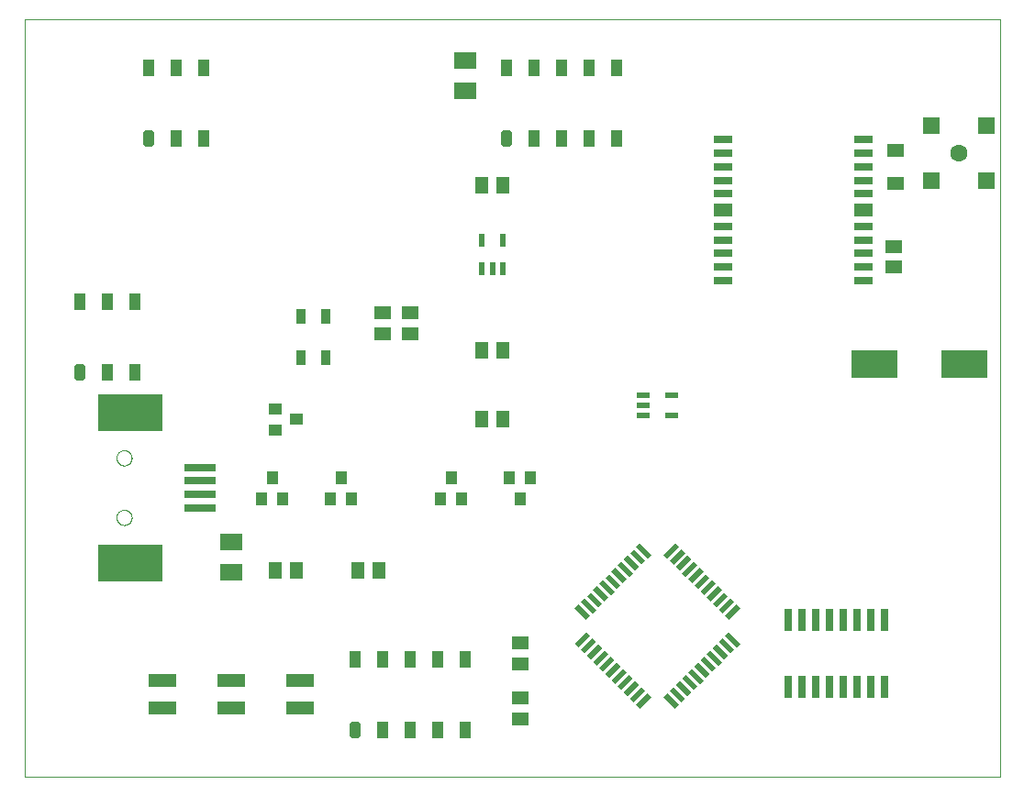
<source format=gtp>
G75*
%MOIN*%
%OFA0B0*%
%FSLAX25Y25*%
%IPPOS*%
%LPD*%
%AMOC8*
5,1,8,0,0,1.08239X$1,22.5*
%
%ADD10C,0.00000*%
%ADD11R,0.05118X0.05906*%
%ADD12R,0.03937X0.04724*%
%ADD13R,0.07874X0.06299*%
%ADD14R,0.10000X0.05000*%
%ADD15R,0.03937X0.05906*%
%ADD16C,0.01969*%
%ADD17R,0.02600X0.08000*%
%ADD18R,0.05906X0.01969*%
%ADD19R,0.01969X0.05906*%
%ADD20R,0.05906X0.05118*%
%ADD21R,0.06299X0.04724*%
%ADD22C,0.06299*%
%ADD23R,0.06299X0.06299*%
%ADD24R,0.02200X0.05000*%
%ADD25R,0.03543X0.05512*%
%ADD26R,0.23780X0.13386*%
%ADD27R,0.11811X0.02756*%
%ADD28R,0.16929X0.09843*%
%ADD29R,0.04724X0.03937*%
%ADD30R,0.05000X0.02200*%
%ADD31R,0.06890X0.02625*%
%ADD32R,0.06890X0.04921*%
D10*
X0055902Y0001800D02*
X0055902Y0277391D01*
X0410233Y0277391D01*
X0410233Y0001800D01*
X0055902Y0001800D01*
X0089370Y0096149D02*
X0089372Y0096254D01*
X0089378Y0096359D01*
X0089388Y0096463D01*
X0089402Y0096567D01*
X0089420Y0096671D01*
X0089442Y0096773D01*
X0089467Y0096875D01*
X0089497Y0096976D01*
X0089530Y0097075D01*
X0089567Y0097173D01*
X0089608Y0097270D01*
X0089653Y0097365D01*
X0089701Y0097458D01*
X0089752Y0097550D01*
X0089808Y0097639D01*
X0089866Y0097726D01*
X0089928Y0097811D01*
X0089992Y0097894D01*
X0090060Y0097974D01*
X0090131Y0098051D01*
X0090205Y0098125D01*
X0090282Y0098197D01*
X0090361Y0098266D01*
X0090443Y0098331D01*
X0090527Y0098394D01*
X0090614Y0098453D01*
X0090703Y0098509D01*
X0090794Y0098562D01*
X0090887Y0098611D01*
X0090981Y0098656D01*
X0091077Y0098698D01*
X0091175Y0098736D01*
X0091274Y0098770D01*
X0091375Y0098801D01*
X0091476Y0098827D01*
X0091579Y0098850D01*
X0091682Y0098869D01*
X0091786Y0098884D01*
X0091890Y0098895D01*
X0091995Y0098902D01*
X0092100Y0098905D01*
X0092205Y0098904D01*
X0092310Y0098899D01*
X0092414Y0098890D01*
X0092518Y0098877D01*
X0092622Y0098860D01*
X0092725Y0098839D01*
X0092827Y0098814D01*
X0092928Y0098786D01*
X0093027Y0098753D01*
X0093126Y0098717D01*
X0093223Y0098677D01*
X0093318Y0098634D01*
X0093412Y0098586D01*
X0093504Y0098536D01*
X0093594Y0098482D01*
X0093682Y0098424D01*
X0093767Y0098363D01*
X0093850Y0098299D01*
X0093931Y0098232D01*
X0094009Y0098162D01*
X0094084Y0098088D01*
X0094156Y0098013D01*
X0094226Y0097934D01*
X0094292Y0097853D01*
X0094356Y0097769D01*
X0094416Y0097683D01*
X0094472Y0097595D01*
X0094526Y0097504D01*
X0094576Y0097412D01*
X0094622Y0097318D01*
X0094665Y0097222D01*
X0094704Y0097124D01*
X0094739Y0097026D01*
X0094770Y0096925D01*
X0094798Y0096824D01*
X0094822Y0096722D01*
X0094842Y0096619D01*
X0094858Y0096515D01*
X0094870Y0096411D01*
X0094878Y0096306D01*
X0094882Y0096201D01*
X0094882Y0096097D01*
X0094878Y0095992D01*
X0094870Y0095887D01*
X0094858Y0095783D01*
X0094842Y0095679D01*
X0094822Y0095576D01*
X0094798Y0095474D01*
X0094770Y0095373D01*
X0094739Y0095272D01*
X0094704Y0095174D01*
X0094665Y0095076D01*
X0094622Y0094980D01*
X0094576Y0094886D01*
X0094526Y0094794D01*
X0094472Y0094703D01*
X0094416Y0094615D01*
X0094356Y0094529D01*
X0094292Y0094445D01*
X0094226Y0094364D01*
X0094156Y0094285D01*
X0094084Y0094210D01*
X0094009Y0094136D01*
X0093931Y0094066D01*
X0093850Y0093999D01*
X0093767Y0093935D01*
X0093682Y0093874D01*
X0093594Y0093816D01*
X0093504Y0093762D01*
X0093412Y0093712D01*
X0093318Y0093664D01*
X0093223Y0093621D01*
X0093126Y0093581D01*
X0093027Y0093545D01*
X0092928Y0093512D01*
X0092827Y0093484D01*
X0092725Y0093459D01*
X0092622Y0093438D01*
X0092518Y0093421D01*
X0092414Y0093408D01*
X0092310Y0093399D01*
X0092205Y0093394D01*
X0092100Y0093393D01*
X0091995Y0093396D01*
X0091890Y0093403D01*
X0091786Y0093414D01*
X0091682Y0093429D01*
X0091579Y0093448D01*
X0091476Y0093471D01*
X0091375Y0093497D01*
X0091274Y0093528D01*
X0091175Y0093562D01*
X0091077Y0093600D01*
X0090981Y0093642D01*
X0090887Y0093687D01*
X0090794Y0093736D01*
X0090703Y0093789D01*
X0090614Y0093845D01*
X0090527Y0093904D01*
X0090443Y0093967D01*
X0090361Y0094032D01*
X0090282Y0094101D01*
X0090205Y0094173D01*
X0090131Y0094247D01*
X0090060Y0094324D01*
X0089992Y0094404D01*
X0089928Y0094487D01*
X0089866Y0094572D01*
X0089808Y0094659D01*
X0089752Y0094748D01*
X0089701Y0094840D01*
X0089653Y0094933D01*
X0089608Y0095028D01*
X0089567Y0095125D01*
X0089530Y0095223D01*
X0089497Y0095322D01*
X0089467Y0095423D01*
X0089442Y0095525D01*
X0089420Y0095627D01*
X0089402Y0095731D01*
X0089388Y0095835D01*
X0089378Y0095939D01*
X0089372Y0096044D01*
X0089370Y0096149D01*
X0089370Y0117802D02*
X0089372Y0117907D01*
X0089378Y0118012D01*
X0089388Y0118116D01*
X0089402Y0118220D01*
X0089420Y0118324D01*
X0089442Y0118426D01*
X0089467Y0118528D01*
X0089497Y0118629D01*
X0089530Y0118728D01*
X0089567Y0118826D01*
X0089608Y0118923D01*
X0089653Y0119018D01*
X0089701Y0119111D01*
X0089752Y0119203D01*
X0089808Y0119292D01*
X0089866Y0119379D01*
X0089928Y0119464D01*
X0089992Y0119547D01*
X0090060Y0119627D01*
X0090131Y0119704D01*
X0090205Y0119778D01*
X0090282Y0119850D01*
X0090361Y0119919D01*
X0090443Y0119984D01*
X0090527Y0120047D01*
X0090614Y0120106D01*
X0090703Y0120162D01*
X0090794Y0120215D01*
X0090887Y0120264D01*
X0090981Y0120309D01*
X0091077Y0120351D01*
X0091175Y0120389D01*
X0091274Y0120423D01*
X0091375Y0120454D01*
X0091476Y0120480D01*
X0091579Y0120503D01*
X0091682Y0120522D01*
X0091786Y0120537D01*
X0091890Y0120548D01*
X0091995Y0120555D01*
X0092100Y0120558D01*
X0092205Y0120557D01*
X0092310Y0120552D01*
X0092414Y0120543D01*
X0092518Y0120530D01*
X0092622Y0120513D01*
X0092725Y0120492D01*
X0092827Y0120467D01*
X0092928Y0120439D01*
X0093027Y0120406D01*
X0093126Y0120370D01*
X0093223Y0120330D01*
X0093318Y0120287D01*
X0093412Y0120239D01*
X0093504Y0120189D01*
X0093594Y0120135D01*
X0093682Y0120077D01*
X0093767Y0120016D01*
X0093850Y0119952D01*
X0093931Y0119885D01*
X0094009Y0119815D01*
X0094084Y0119741D01*
X0094156Y0119666D01*
X0094226Y0119587D01*
X0094292Y0119506D01*
X0094356Y0119422D01*
X0094416Y0119336D01*
X0094472Y0119248D01*
X0094526Y0119157D01*
X0094576Y0119065D01*
X0094622Y0118971D01*
X0094665Y0118875D01*
X0094704Y0118777D01*
X0094739Y0118679D01*
X0094770Y0118578D01*
X0094798Y0118477D01*
X0094822Y0118375D01*
X0094842Y0118272D01*
X0094858Y0118168D01*
X0094870Y0118064D01*
X0094878Y0117959D01*
X0094882Y0117854D01*
X0094882Y0117750D01*
X0094878Y0117645D01*
X0094870Y0117540D01*
X0094858Y0117436D01*
X0094842Y0117332D01*
X0094822Y0117229D01*
X0094798Y0117127D01*
X0094770Y0117026D01*
X0094739Y0116925D01*
X0094704Y0116827D01*
X0094665Y0116729D01*
X0094622Y0116633D01*
X0094576Y0116539D01*
X0094526Y0116447D01*
X0094472Y0116356D01*
X0094416Y0116268D01*
X0094356Y0116182D01*
X0094292Y0116098D01*
X0094226Y0116017D01*
X0094156Y0115938D01*
X0094084Y0115863D01*
X0094009Y0115789D01*
X0093931Y0115719D01*
X0093850Y0115652D01*
X0093767Y0115588D01*
X0093682Y0115527D01*
X0093594Y0115469D01*
X0093504Y0115415D01*
X0093412Y0115365D01*
X0093318Y0115317D01*
X0093223Y0115274D01*
X0093126Y0115234D01*
X0093027Y0115198D01*
X0092928Y0115165D01*
X0092827Y0115137D01*
X0092725Y0115112D01*
X0092622Y0115091D01*
X0092518Y0115074D01*
X0092414Y0115061D01*
X0092310Y0115052D01*
X0092205Y0115047D01*
X0092100Y0115046D01*
X0091995Y0115049D01*
X0091890Y0115056D01*
X0091786Y0115067D01*
X0091682Y0115082D01*
X0091579Y0115101D01*
X0091476Y0115124D01*
X0091375Y0115150D01*
X0091274Y0115181D01*
X0091175Y0115215D01*
X0091077Y0115253D01*
X0090981Y0115295D01*
X0090887Y0115340D01*
X0090794Y0115389D01*
X0090703Y0115442D01*
X0090614Y0115498D01*
X0090527Y0115557D01*
X0090443Y0115620D01*
X0090361Y0115685D01*
X0090282Y0115754D01*
X0090205Y0115826D01*
X0090131Y0115900D01*
X0090060Y0115977D01*
X0089992Y0116057D01*
X0089928Y0116140D01*
X0089866Y0116225D01*
X0089808Y0116312D01*
X0089752Y0116401D01*
X0089701Y0116493D01*
X0089653Y0116586D01*
X0089608Y0116681D01*
X0089567Y0116778D01*
X0089530Y0116876D01*
X0089497Y0116975D01*
X0089467Y0117076D01*
X0089442Y0117178D01*
X0089420Y0117280D01*
X0089402Y0117384D01*
X0089388Y0117488D01*
X0089378Y0117592D01*
X0089372Y0117697D01*
X0089370Y0117802D01*
D11*
X0147162Y0076800D03*
X0154642Y0076800D03*
X0177162Y0076800D03*
X0184642Y0076800D03*
X0222162Y0131800D03*
X0229642Y0131800D03*
X0229642Y0156800D03*
X0222162Y0156800D03*
X0222162Y0216800D03*
X0229642Y0216800D03*
D12*
X0231965Y0110737D03*
X0239839Y0110737D03*
X0235902Y0102863D03*
X0214839Y0102863D03*
X0206965Y0102863D03*
X0210902Y0110737D03*
X0174839Y0102863D03*
X0166965Y0102863D03*
X0170902Y0110737D03*
X0149839Y0102863D03*
X0141965Y0102863D03*
X0145902Y0110737D03*
D13*
X0130902Y0087312D03*
X0130902Y0076288D03*
X0215902Y0251288D03*
X0215902Y0262312D03*
D14*
X0155902Y0036800D03*
X0155902Y0026800D03*
X0130902Y0026800D03*
X0130902Y0036800D03*
X0105902Y0036800D03*
X0105902Y0026800D03*
D15*
X0175902Y0044595D03*
X0185902Y0044595D03*
X0195902Y0044595D03*
X0205902Y0044595D03*
X0215902Y0044595D03*
X0215902Y0019005D03*
X0205902Y0019005D03*
X0195902Y0019005D03*
X0185902Y0019005D03*
X0095902Y0149005D03*
X0085902Y0149005D03*
X0085902Y0174595D03*
X0075902Y0174595D03*
X0095902Y0174595D03*
X0110902Y0234005D03*
X0120902Y0234005D03*
X0120902Y0259595D03*
X0110902Y0259595D03*
X0100902Y0259595D03*
X0230902Y0259595D03*
X0240902Y0259595D03*
X0250902Y0259595D03*
X0260902Y0259595D03*
X0270902Y0259595D03*
X0270902Y0234005D03*
X0260902Y0234005D03*
X0250902Y0234005D03*
X0240902Y0234005D03*
D16*
X0229918Y0232036D02*
X0229918Y0235974D01*
X0231886Y0235974D01*
X0231886Y0232036D01*
X0229918Y0232036D01*
X0229918Y0234004D02*
X0231886Y0234004D01*
X0231886Y0235972D02*
X0229918Y0235972D01*
X0099918Y0235974D02*
X0099918Y0232036D01*
X0099918Y0235974D02*
X0101886Y0235974D01*
X0101886Y0232036D01*
X0099918Y0232036D01*
X0099918Y0234004D02*
X0101886Y0234004D01*
X0101886Y0235972D02*
X0099918Y0235972D01*
X0074918Y0150974D02*
X0074918Y0147036D01*
X0074918Y0150974D02*
X0076886Y0150974D01*
X0076886Y0147036D01*
X0074918Y0147036D01*
X0074918Y0149004D02*
X0076886Y0149004D01*
X0076886Y0150972D02*
X0074918Y0150972D01*
X0174918Y0020974D02*
X0174918Y0017036D01*
X0174918Y0020974D02*
X0176886Y0020974D01*
X0176886Y0017036D01*
X0174918Y0017036D01*
X0174918Y0019004D02*
X0176886Y0019004D01*
X0176886Y0020972D02*
X0174918Y0020972D01*
D17*
X0333402Y0034700D03*
X0338402Y0034700D03*
X0343402Y0034700D03*
X0348402Y0034700D03*
X0353402Y0034700D03*
X0358402Y0034700D03*
X0363402Y0034700D03*
X0368402Y0034700D03*
X0368402Y0058900D03*
X0363402Y0058900D03*
X0358402Y0058900D03*
X0353402Y0058900D03*
X0348402Y0058900D03*
X0343402Y0058900D03*
X0338402Y0058900D03*
X0333402Y0058900D03*
D18*
G36*
X0314576Y0049006D02*
X0310401Y0053181D01*
X0311792Y0054572D01*
X0315967Y0050397D01*
X0314576Y0049006D01*
G37*
G36*
X0312349Y0046779D02*
X0308174Y0050954D01*
X0309565Y0052345D01*
X0313740Y0048170D01*
X0312349Y0046779D01*
G37*
G36*
X0310122Y0044552D02*
X0305947Y0048727D01*
X0307338Y0050118D01*
X0311513Y0045943D01*
X0310122Y0044552D01*
G37*
G36*
X0307895Y0042325D02*
X0303720Y0046500D01*
X0305111Y0047891D01*
X0309286Y0043716D01*
X0307895Y0042325D01*
G37*
G36*
X0305668Y0040098D02*
X0301493Y0044273D01*
X0302884Y0045664D01*
X0307059Y0041489D01*
X0305668Y0040098D01*
G37*
G36*
X0303441Y0037870D02*
X0299266Y0042045D01*
X0300657Y0043436D01*
X0304832Y0039261D01*
X0303441Y0037870D01*
G37*
G36*
X0301214Y0035643D02*
X0297039Y0039818D01*
X0298430Y0041209D01*
X0302605Y0037034D01*
X0301214Y0035643D01*
G37*
G36*
X0298987Y0033416D02*
X0294812Y0037591D01*
X0296203Y0038982D01*
X0300378Y0034807D01*
X0298987Y0033416D01*
G37*
G36*
X0296759Y0031189D02*
X0292584Y0035364D01*
X0293975Y0036755D01*
X0298150Y0032580D01*
X0296759Y0031189D01*
G37*
G36*
X0294532Y0028962D02*
X0290357Y0033137D01*
X0291748Y0034528D01*
X0295923Y0030353D01*
X0294532Y0028962D01*
G37*
G36*
X0292305Y0026735D02*
X0288130Y0030910D01*
X0289521Y0032301D01*
X0293696Y0028126D01*
X0292305Y0026735D01*
G37*
G36*
X0260012Y0059028D02*
X0255837Y0063203D01*
X0257228Y0064594D01*
X0261403Y0060419D01*
X0260012Y0059028D01*
G37*
G36*
X0262239Y0061255D02*
X0258064Y0065430D01*
X0259455Y0066821D01*
X0263630Y0062646D01*
X0262239Y0061255D01*
G37*
G36*
X0264466Y0063482D02*
X0260291Y0067657D01*
X0261682Y0069048D01*
X0265857Y0064873D01*
X0264466Y0063482D01*
G37*
G36*
X0266693Y0065709D02*
X0262518Y0069884D01*
X0263909Y0071275D01*
X0268084Y0067100D01*
X0266693Y0065709D01*
G37*
G36*
X0268921Y0067936D02*
X0264746Y0072111D01*
X0266137Y0073502D01*
X0270312Y0069327D01*
X0268921Y0067936D01*
G37*
G36*
X0271148Y0070164D02*
X0266973Y0074339D01*
X0268364Y0075730D01*
X0272539Y0071555D01*
X0271148Y0070164D01*
G37*
G36*
X0273375Y0072391D02*
X0269200Y0076566D01*
X0270591Y0077957D01*
X0274766Y0073782D01*
X0273375Y0072391D01*
G37*
G36*
X0275602Y0074618D02*
X0271427Y0078793D01*
X0272818Y0080184D01*
X0276993Y0076009D01*
X0275602Y0074618D01*
G37*
G36*
X0277829Y0076845D02*
X0273654Y0081020D01*
X0275045Y0082411D01*
X0279220Y0078236D01*
X0277829Y0076845D01*
G37*
G36*
X0280056Y0079072D02*
X0275881Y0083247D01*
X0277272Y0084638D01*
X0281447Y0080463D01*
X0280056Y0079072D01*
G37*
G36*
X0282283Y0081299D02*
X0278108Y0085474D01*
X0279499Y0086865D01*
X0283674Y0082690D01*
X0282283Y0081299D01*
G37*
D19*
G36*
X0289521Y0081299D02*
X0288130Y0082690D01*
X0292305Y0086865D01*
X0293696Y0085474D01*
X0289521Y0081299D01*
G37*
G36*
X0291748Y0079072D02*
X0290357Y0080463D01*
X0294532Y0084638D01*
X0295923Y0083247D01*
X0291748Y0079072D01*
G37*
G36*
X0293975Y0076845D02*
X0292584Y0078236D01*
X0296759Y0082411D01*
X0298150Y0081020D01*
X0293975Y0076845D01*
G37*
G36*
X0296203Y0074618D02*
X0294812Y0076009D01*
X0298987Y0080184D01*
X0300378Y0078793D01*
X0296203Y0074618D01*
G37*
G36*
X0298430Y0072391D02*
X0297039Y0073782D01*
X0301214Y0077957D01*
X0302605Y0076566D01*
X0298430Y0072391D01*
G37*
G36*
X0300657Y0070164D02*
X0299266Y0071555D01*
X0303441Y0075730D01*
X0304832Y0074339D01*
X0300657Y0070164D01*
G37*
G36*
X0302884Y0067936D02*
X0301493Y0069327D01*
X0305668Y0073502D01*
X0307059Y0072111D01*
X0302884Y0067936D01*
G37*
G36*
X0305111Y0065709D02*
X0303720Y0067100D01*
X0307895Y0071275D01*
X0309286Y0069884D01*
X0305111Y0065709D01*
G37*
G36*
X0307338Y0063482D02*
X0305947Y0064873D01*
X0310122Y0069048D01*
X0311513Y0067657D01*
X0307338Y0063482D01*
G37*
G36*
X0309565Y0061255D02*
X0308174Y0062646D01*
X0312349Y0066821D01*
X0313740Y0065430D01*
X0309565Y0061255D01*
G37*
G36*
X0311792Y0059028D02*
X0310401Y0060419D01*
X0314576Y0064594D01*
X0315967Y0063203D01*
X0311792Y0059028D01*
G37*
G36*
X0277272Y0028962D02*
X0275881Y0030353D01*
X0280056Y0034528D01*
X0281447Y0033137D01*
X0277272Y0028962D01*
G37*
G36*
X0279499Y0026735D02*
X0278108Y0028126D01*
X0282283Y0032301D01*
X0283674Y0030910D01*
X0279499Y0026735D01*
G37*
G36*
X0275045Y0031189D02*
X0273654Y0032580D01*
X0277829Y0036755D01*
X0279220Y0035364D01*
X0275045Y0031189D01*
G37*
G36*
X0272818Y0033416D02*
X0271427Y0034807D01*
X0275602Y0038982D01*
X0276993Y0037591D01*
X0272818Y0033416D01*
G37*
G36*
X0270591Y0035643D02*
X0269200Y0037034D01*
X0273375Y0041209D01*
X0274766Y0039818D01*
X0270591Y0035643D01*
G37*
G36*
X0268364Y0037870D02*
X0266973Y0039261D01*
X0271148Y0043436D01*
X0272539Y0042045D01*
X0268364Y0037870D01*
G37*
G36*
X0266137Y0040098D02*
X0264746Y0041489D01*
X0268921Y0045664D01*
X0270312Y0044273D01*
X0266137Y0040098D01*
G37*
G36*
X0263909Y0042325D02*
X0262518Y0043716D01*
X0266693Y0047891D01*
X0268084Y0046500D01*
X0263909Y0042325D01*
G37*
G36*
X0261682Y0044552D02*
X0260291Y0045943D01*
X0264466Y0050118D01*
X0265857Y0048727D01*
X0261682Y0044552D01*
G37*
G36*
X0259455Y0046779D02*
X0258064Y0048170D01*
X0262239Y0052345D01*
X0263630Y0050954D01*
X0259455Y0046779D01*
G37*
G36*
X0257228Y0049006D02*
X0255837Y0050397D01*
X0260012Y0054572D01*
X0261403Y0053181D01*
X0257228Y0049006D01*
G37*
D20*
X0235902Y0050540D03*
X0235902Y0043060D03*
X0235902Y0030540D03*
X0235902Y0023060D03*
X0195902Y0163060D03*
X0195902Y0170540D03*
X0185902Y0170540D03*
X0185902Y0163060D03*
X0371779Y0187193D03*
X0371779Y0194673D03*
D21*
X0372524Y0217718D03*
X0372524Y0229529D03*
D22*
X0395291Y0228568D03*
D23*
X0405291Y0238568D03*
X0385291Y0238568D03*
X0385291Y0218568D03*
X0405291Y0218568D03*
D24*
X0229602Y0196900D03*
X0222202Y0196900D03*
X0222202Y0186700D03*
X0225902Y0186700D03*
X0229602Y0186700D03*
D25*
X0165430Y0169280D03*
X0156375Y0169280D03*
X0156375Y0154320D03*
X0165430Y0154320D03*
D26*
X0094409Y0134219D03*
X0094409Y0079731D03*
D27*
X0119685Y0099613D03*
X0119685Y0104534D03*
X0119685Y0109416D03*
X0119685Y0114338D03*
D28*
X0364564Y0151800D03*
X0397241Y0151800D03*
D29*
X0154839Y0131800D03*
X0146965Y0127863D03*
X0146965Y0135737D03*
D30*
X0280802Y0136800D03*
X0280802Y0133100D03*
X0280802Y0140500D03*
X0291002Y0140500D03*
X0291002Y0133100D03*
D31*
X0309577Y0182251D03*
X0309577Y0187172D03*
X0309577Y0192093D03*
X0309577Y0197014D03*
X0309577Y0201936D03*
X0309577Y0213747D03*
X0309577Y0218668D03*
X0309577Y0223589D03*
X0309577Y0228510D03*
X0309577Y0233432D03*
X0360758Y0233432D03*
X0360758Y0228510D03*
X0360758Y0223589D03*
X0360758Y0218668D03*
X0360758Y0213747D03*
X0360758Y0201936D03*
X0360758Y0197014D03*
X0360758Y0192093D03*
X0360758Y0187172D03*
X0360758Y0182251D03*
D32*
X0360758Y0207841D03*
X0309577Y0207841D03*
M02*

</source>
